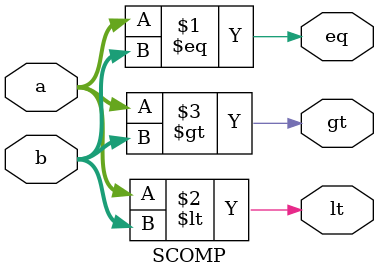
<source format=v>
`timescale 1ns / 1ps
module SCOMP #(parameter DATAWIDTH = 8) (a, b, gt, lt, eq);
    input signed [DATAWIDTH-1:0] a, b;
    output gt, lt, eq;
    
    assign eq = (a == b);
    assign lt = (a < b);
    assign gt = (a > b);
    
endmodule

</source>
